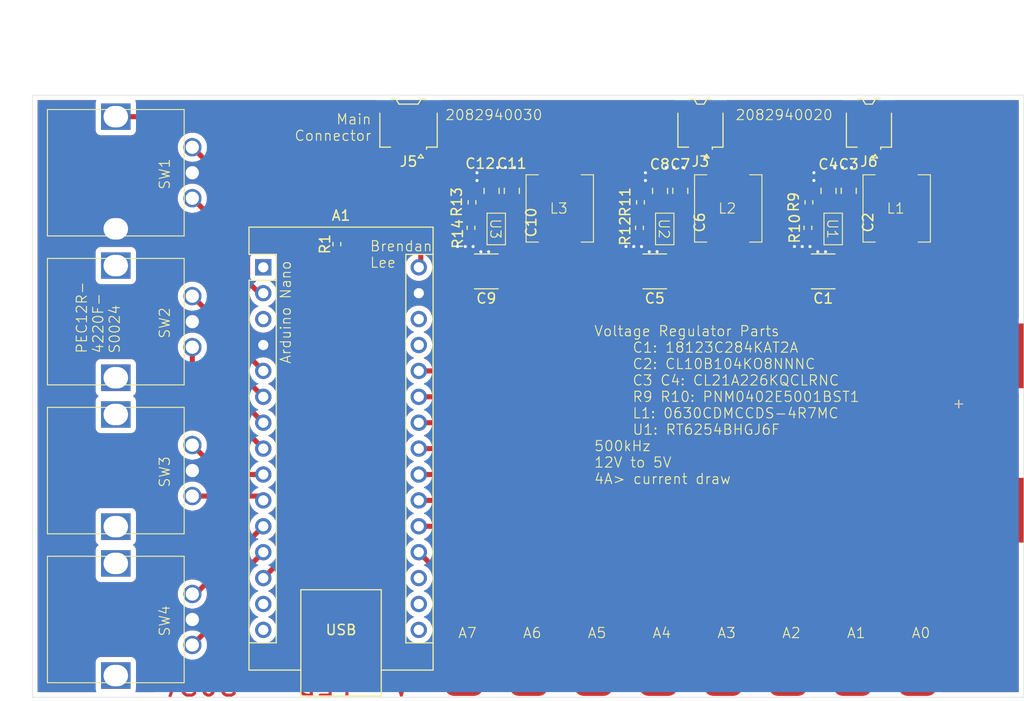
<source format=kicad_pcb>
(kicad_pcb (version 20240108) (generator "pcbnew") (generator_version "8.0")
  (layers (0 "F.Cu" signal) (31 "B.Cu" signal) (34 "B.Paste" user) (35 "F.Paste" user) (36 "B.SilkS" user "B.Silkscreen") (37 "F.SilkS" user "F.Silkscreen") (38 "B.Mask" user) (39 "F.Mask" user) (44 "Edge.Cuts" user))
  (net 0 "")
  (net 2 "Net-(A1-SCL{slash}A5)")
  (net 4 "Net-(A1-A6)")
  (net 5 "GND")
  (net 6 "+3.3V")
  (net 8 "Net-(A1-SDA{slash}A4)")
  (net 11 "Net-(A1-A3)")
  (net 12 "/LED_S")
  (net 13 "Net-(A1-A7)")
  (net 14 "Net-(A1-AREF)")
  (net 16 "+9V")
  (net 17 "Net-(U1-BOOT)")
  (net 18 "Net-(U1-FB)")
  (net 19 "Net-(U1-LX)")
  (net 20 "/5V#1")
  (net 21 "Net-(U2-LX)")
  (net 22 "Net-(U2-BOOT)")
  (net 23 "/5V#2")
  (net 24 "Net-(U3-LX)")
  (net 25 "Net-(U3-BOOT)")
  (net 26 "/5V#3")
  (net 27 "Net-(U2-FB)")
  (net 28 "Net-(U3-FB)")
  (net 29 "Net-(A1-A0)")
  (net 30 "Net-(A1-A1)")
  (net 31 "/Controller/Input4B")
  (net 32 "/Controller/Input4A")
  (net 33 "/Controller/InputS")
  (net 34 "/Controller/Input1B")
  (net 35 "/Controller/Input1A")
  (net 36 "/Controller/Input3B")
  (net 37 "/Controller/Input2A")
  (net 38 "Net-(A1-A2)")
  (net 39 "/Controller/Input3A")
  (net 41 "/Controller/Input2B")
  (net 42 "Net-(J5-Pin_2)")
  (footprint "Capacitor_SMD:C_0805_2012Metric_Pad1.18x1.45mm_HandSolder" (layer "F.Cu") (at 141.515 84.33 90)
    (property "Reference" "C8" (at 2.604993 -0.019998 0) (layer "F.SilkS"))
    (property "Value" "C")
    (pad "1" smd roundrect (at -1.0375 0 90) (size 1.175 1.45) (layers "F.Cu" "F.Paste" "F.Mask") (roundrect_rratio 0.212766) (net 23 "/5V#2"))
    (pad "2" smd roundrect (at 1.0375 0 90) (size 1.175 1.45) (layers "F.Cu" "F.Paste" "F.Mask") (roundrect_rratio 0.212766) (net 5 "GND"))
  )
  (footprint "Capacitor_SMD:C_0805_2012Metric_Pad1.18x1.45mm_HandSolder" (layer "F.Cu") (at 126.985002 84.325007 90)
    (property "Reference" "C11" (at 2.675007 -0.000002 0) (layer "F.SilkS"))
    (property "Value" "C")
    (pad "1" smd roundrect (at -1.0375 0 90) (size 1.175 1.45) (layers "F.Cu" "F.Paste" "F.Mask") (roundrect_rratio 0.212766) (net 26 "/5V#3"))
    (pad "2" smd roundrect (at 1.0375 0 90) (size 1.175 1.45) (layers "F.Cu" "F.Paste" "F.Mask") (roundrect_rratio 0.212766) (net 5 "GND"))
  )
  (footprint "Capacitor_SMD:C_0805_2012Metric_Pad1.18x1.45mm_HandSolder" (layer "F.Cu") (at 160.005002 84.325007 90)
    (property "Reference" "C3" (at 2.6 0 0) (layer "F.SilkS"))
    (property "Value" "C")
    (pad "1" smd roundrect (at -1.0375 0 90) (size 1.175 1.45) (layers "F.Cu" "F.Paste" "F.Mask") (roundrect_rratio 0.212766) (net 20 "/5V#1"))
    (pad "2" smd roundrect (at 1.0375 0 90) (size 1.175 1.45) (layers "F.Cu" "F.Paste" "F.Mask") (roundrect_rratio 0.212766) (net 5 "GND"))
  )
  (footprint "ArmLEDFootprintLib:4r7007" (layer "F.Cu") (at 128.385 86.05 90)
    (property "Reference" "L3" (at -0.000006 3.2 0) (layer "F.SilkS") (effects (font (thickness 0.1))))
    (property "Value" "L")
    (pad "1" smd rect (at -3.024999 3.299996) (size 3.499992 2.349998) (layers "F.Cu" "F.Paste" "F.Mask") (net 24 "Net-(U3-LX)"))
    (pad "2" smd rect (at 3.024993 3.300002 180) (size 3.499996 2.349986) (layers "F.Cu" "F.Paste" "F.Mask") (net 26 "/5V#3"))
  )
  (footprint "Resistor_SMD:R_0402_1005Metric_Pad0.72x0.64mm_HandSolder" (layer "F.Cu") (at 123.085 85.45 -90)
    (property "Reference" "R13" (at -0.024993 1.499998 90) (layer "F.SilkS"))
    (property "Value" "R")
    (pad "1" smd roundrect (at -0.5975 0 270) (size 0.715 0.64) (layers "F.Cu" "F.Paste" "F.Mask") (net 26 "/5V#3"))
    (pad "2" smd roundrect (at 0.5975 0 270) (size 0.715 0.64) (layers "F.Cu" "F.Paste" "F.Mask") (net 28 "Net-(U3-FB)"))
  )
  (footprint "Capacitor_SMD:C_1812_4532Metric_Pad1.57x3.40mm_HandSolder" (layer "F.Cu") (at 140.995002 92.225007 180)
    (property "Reference" "C5" (at 0 -2.65 180) (layer "F.SilkS"))
    (property "Value" "C")
    (pad "1" smd roundrect (at -2.1375 0 180) (size 1.575 3.4) (layers "F.Cu" "F.Paste" "F.Mask") (roundrect_rratio 0.15873) (net 16 "+9V"))
    (pad "2" smd roundrect (at 2.1375 0 180) (size 1.575 3.4) (layers "F.Cu" "F.Paste" "F.Mask") (roundrect_rratio 0.15873) (net 5 "GND"))
  )
  (footprint "Capacitor_SMD:C_0201_0603Metric_Pad0.64x0.40mm_HandSolder" (layer "F.Cu") (at 144.295 87.55 -90)
    (property "Reference" "C6" (at -0.124993 -1.100002 90) (layer "F.SilkS"))
    (property "Value" "C")
    (pad "1" smd roundrect (at -0.4075 0 270) (size 0.635 0.4) (layers "F.Cu" "F.Mask") (net 22 "Net-(U2-BOOT)"))
    (pad "2" smd roundrect (at 0.4075 0 270) (size 0.635 0.4) (layers "F.Cu" "F.Mask") (net 21 "Net-(U2-LX)"))
  )
  (footprint "ArmLEDFootprintLib:RotaryEncoder" (layer "F.Cu") (at 81.475 117.96 90)
    (property "Reference" "SW3" (at 6.073 11.489 90) (layer "F.SilkS") (effects (font (thickness 0.1))))
    (property "Value" "RotaryEncoder")
    (pad "A" thru_hole circle (at 3.7 14.2 180) (size 1.8 1.8) (drill 1.3) (layers "*.Cu" "*.Mask") (net 39 "/Controller/Input3A"))
    (pad "B" thru_hole circle (at 8.7 14.2 180) (size 1.8 1.8) (drill 1.3) (layers "*.Cu" "*.Mask") (net 36 "/Controller/Input3B"))
    (pad "C" thru_hole circle (at 6.2 14.2 180) (size 1.8 1.8) (drill 1.3) (layers "*.Cu" "*.Mask") (net 5 "GND"))
    (pad "S1" thru_hole rect (at 0.7 6.7 180) (size 2.9 2.6) (drill oval 2.4 2.1) (layers "*.Cu" "*.Mask"))
    (pad "S2" thru_hole rect (at 11.7 6.7 180) (size 2.9 2.6) (drill oval 2.4 2.1) (layers "*.Cu" "*.Mask"))
  )
  (footprint "Connector_Molex:Molex_Pico-EZmate_78171-0002_1x02-1MP_P1.20mm_Vertical" (layer "F.Cu") (at 145.475 77.95 180)
    (property "Reference" "J3" (at 0 -3.5 180) (layer "F.SilkS"))
    (property "Value" "Conn_01x02")
    (pad "1" smd roundrect (at -0.6 -1.875 180) (size 0.6 0.85) (layers "F.Cu" "F.Paste" "F.Mask") (net 23 "/5V#2"))
    (pad "2" smd roundrect (at 0.6 -1.875 180) (size 0.6 0.85) (layers "F.Cu" "F.Paste" "F.Mask") (net 5 "GND"))
    (pad "MP" smd roundrect (at -1.75 1.9 180) (size 0.7 0.8) (layers "F.Cu" "F.Paste" "F.Mask"))
    (pad "MP" smd roundrect (at 1.75 1.9 180) (size 0.7 0.8) (layers "F.Cu" "F.Paste" "F.Mask"))
  )
  (footprint "Resistor_SMD:R_0402_1005Metric_Pad0.72x0.64mm_HandSolder" (layer "F.Cu") (at 139.595 85.45 -90)
    (property "Reference" "R11" (at -0.024993 1.499998 90) (layer "F.SilkS"))
    (property "Value" "R")
    (pad "1" smd roundrect (at -0.5975 0 270) (size 0.715 0.64) (layers "F.Cu" "F.Paste" "F.Mask") (net 23 "/5V#2"))
    (pad "2" smd roundrect (at 0.5975 0 270) (size 0.715 0.64) (layers "F.Cu" "F.Paste" "F.Mask") (net 27 "Net-(U2-FB)"))
  )
  (footprint "ArmLEDFootprintLib:RT6254A" (layer "F.Cu") (at 141.895 88.05 -90)
    (property "Reference" "U2" (at 0 0 -90) (layer "F.SilkS") (effects (font (thickness 0.1))))
    (property "Value" "~")
    (pad "1" smd roundrect (at -0.9271 1.142997 90) (size 0.5588 0.736594) (layers "F.Cu" "F.Paste" "F.Mask") (net 27 "Net-(U2-FB)"))
    (pad "2" smd roundrect (at 0.012699 1.142999 90) (size 0.558798 0.736598) (layers "F.Cu" "F.Paste" "F.Mask") (net 16 "+9V"))
    (pad "3" smd roundrect (at 0.9652 1.143 90) (size 0.5588 0.7366) (layers "F.Cu" "F.Paste" "F.Mask") (net 5 "GND"))
    (pad "4" smd roundrect (at 0.952498 -1.295398 90) (size 0.558796 0.736596) (layers "F.Cu" "F.Paste" "F.Mask") (net 16 "+9V"))
    (pad "5" smd roundrect (at 0.0127 -1.2954 90) (size 0.5588 0.7366) (layers "F.Cu" "F.Paste" "F.Mask") (net 21 "Net-(U2-LX)"))
    (pad "6" smd roundrect (at -0.939795 -1.295395 90) (size 0.55879 0.73659) (layers "F.Cu" "F.Paste" "F.Mask") (net 22 "Net-(U2-BOOT)"))
  )
  (footprint "ArmLEDFootprintLib:BatteryPaddery" (layer "F.Cu") (at 170.815 111.7854 180)
    (property "Reference" "BT1" (hide yes))
    (property "Value" "Battery")
    (fp_text user "-" (at 0.6858 7.0612 180) (layer "B.SilkS") (effects (font (thickness 0.1)) (justify left bottom mirror)))
    (fp_text user "+" (at -0.6604 7.0612 180) (layer "F.SilkS") (effects (font (thickness 0.1)) (justify left bottom)))
    (pad "1" connect rect (at 0 11.2776 180) (size 12.7 6.35) (layers "F.Cu" "F.Mask") (net 16 "+9V"))
    (pad "2" connect rect (at 0 -3.8608 180) (size 12.7 6.35) (layers "F.Cu" "F.Mask") (net 5 "GND"))
  )
  (footprint "ArmLEDFootprintLib:RotaryEncoder" (layer "F.Cu") (at 81.475 88.75 90)
    (property "Reference" "SW1" (at 6.073 11.489 90) (layer "F.SilkS") (effects (font (thickness 0.1))))
    (property "Value" "RotaryEncoder_Switch")
    (pad "A" thru_hole circle (at 3.7 14.2 180) (size 1.8 1.8) (drill 1.3) (layers "*.Cu" "*.Mask") (net 35 "/Controller/Input1A"))
    (pad "B" thru_hole circle (at 8.7 14.2 180) (size 1.8 1.8) (drill 1.3) (layers "*.Cu" "*.Mask") (net 34 "/Controller/Input1B"))
    (pad "C" thru_hole circle (at 6.2 14.2 180) (size 1.8 1.8) (drill 1.3) (layers "*.Cu" "*.Mask") (net 5 "GND"))
    (pad "S1" thru_hole rect (at 0.7 6.7 180) (size 2.9 2.6) (drill oval 2.4 2.1) (layers "*.Cu" "*.Mask") (net 5 "GND"))
    (pad "S2" thru_hole rect (at 11.7 6.7 180) (size 2.9 2.6) (drill oval 2.4 2.1) (layers "*.Cu" "*.Mask") (net 33 "/Controller/InputS"))
  )
  (footprint "Capacitor_SMD:C_1812_4532Metric_Pad1.57x3.40mm_HandSolder" (layer "F.Cu") (at 124.485002 92.225007 180)
    (property "Reference" "C9" (at 0 -2.65 180) (layer "F.SilkS"))
    (property "Value" "C")
    (pad "1" smd roundrect (at -2.1375 0 180) (size 1.575 3.4) (layers "F.Cu" "F.Paste" "F.Mask") (roundrect_rratio 0.15873) (net 16 "+9V"))
    (pad "2" smd roundrect (at 2.1375 0 180) (size 1.575 3.4) (layers "F.Cu" "F.Paste" "F.Mask") (roundrect_rratio 0.15873) (net 5 "GND"))
  )
  (footprint "Module:Arduino_Nano" (layer "F.Cu") (at 102.63 91.825)
    (property "Reference" "A1" (at 7.62 -5.08 0) (layer "F.SilkS"))
    (property "Value" "Arduino_Nano_Every")
    (fp_text user "USB" (at 7.62 35.56 0) (layer "F.SilkS"))
    (pad "1" thru_hole rect (at 0 0) (size 1.6 1.6) (drill 1) (layers "*.Cu" "*.Mask"))
    (pad "2" thru_hole oval (at 0 2.54) (size 1.6 1.6) (drill 1) (layers "*.Cu" "*.Mask") (net 33 "/Controller/InputS"))
    (pad "3" thru_hole oval (at 0 5.08) (size 1.6 1.6) (drill 1) (layers "*.Cu" "*.Mask"))
    (pad "4" thru_hole oval (at 0 7.62) (size 1.6 1.6) (drill 1) (layers "*.Cu" "*.Mask") (net 5 "GND"))
    (pad "5" thru_hole oval (at 0 10.16) (size 1.6 1.6) (drill 1) (layers "*.Cu" "*.Mask") (net 34 "/Controller/Input1B"))
    (pad "6" thru_hole oval (at 0 12.7) (size 1.6 1.6) (drill 1) (layers "*.Cu" "*.Mask") (net 35 "/Controller/Input1A"))
    (pad "7" thru_hole oval (at 0 15.24) (size 1.6 1.6) (drill 1) (layers "*.Cu" "*.Mask") (net 41 "/Controller/Input2B"))
    (pad "8" thru_hole oval (at 0 17.78) (size 1.6 1.6) (drill 1) (layers "*.Cu" "*.Mask") (net 37 "/Controller/Input2A"))
    (pad "9" thru_hole oval (at 0 20.32) (size 1.6 1.6) (drill 1) (layers "*.Cu" "*.Mask") (net 36 "/Controller/Input3B"))
    (pad "10" thru_hole oval (at 0 22.86) (size 1.6 1.6) (drill 1) (layers "*.Cu" "*.Mask") (net 39 "/Controller/Input3A"))
    (pad "11" thru_hole oval (at 0 25.4) (size 1.6 1.6) (drill 1) (layers "*.Cu" "*.Mask") (net 31 "/Controller/Input4B"))
    (pad "12" thru_hole oval (at 0 27.94) (size 1.6 1.6) (drill 1) (layers "*.Cu" "*.Mask") (net 32 "/Controller/Input4A"))
    (pad "13" thru_hole oval (at 0 30.48) (size 1.6 1.6) (drill 1) (layers "*.Cu" "*.Mask") (net 12 "/LED_S"))
    (pad "14" thru_hole oval (at 0 33.02) (size 1.6 1.6) (drill 1) (layers "*.Cu" "*.Mask"))
    (pad "15" thru_hole oval (at 0 35.56) (size 1.6 1.6) (drill 1) (layers "*.Cu" "*.Mask"))
    (pad "16" thru_hole oval (at 15.24 35.56) (size 1.6 1.6) (drill 1) (layers "*.Cu" "*.Mask"))
    (pad "17" thru_hole oval (at 15.24 33.02) (size 1.6 1.6) (drill 1) (layers "*.Cu" "*.Mask") (net 6 "+3.3V"))
    (pad "18" thru_hole oval (at 15.24 30.48) (size 1.6 1.6) (drill 1) (layers "*.Cu" "*.Mask") (net 14 "Net-(A1-AREF)"))
    (pad "19" thru_hole oval (at 15.24 27.94) (size 1.6 1.6) (drill 1) (layers "*.Cu" "*.Mask") (net 29 "Net-(A1-A0)"))
    (pad "20" thru_hole oval (at 15.24 25.4) (size 1.6 1.6) (drill 1) (layers "*.Cu" "*.Mask") (net 30 "Net-(A1-A1)"))
    (pad "21" thru_hole oval (at 15.24 22.86) (size 1.6 1.6) (drill 1) (layers "*.Cu" "*.Mask") (net 38 "Net-(A1-A2)"))
    (pad "22" thru_hole oval (at 15.24 20.32) (size 1.6 1.6) (drill 1) (layers "*.Cu" "*.Mask") (net 11 "Net-(A1-A3)"))
    (pad "23" thru_hole oval (at 15.24 17.78) (size 1.6 1.6) (drill 1) (layers "*.Cu" "*.Mask") (net 8 "Net-(A1-SDA{slash}A4)"))
    (pad "24" thru_hole oval (at 15.24 15.24) (size 1.6 1.6) (drill 1) (layers "*.Cu" "*.Mask") (net 2 "Net-(A1-SCL{slash}A5)"))
    (pad "25" thru_hole oval (at 15.24 12.7) (size 1.6 1.6) (drill 1) (layers "*.Cu" "*.Mask") (net 4 "Net-(A1-A6)"))
    (pad "26" thru_hole oval (at 15.24 10.16) (size 1.6 1.6) (drill 1) (layers "*.Cu" "*.Mask") (net 13 "Net-(A1-A7)"))
    (pad "27" thru_hole oval (at 15.24 7.62) (size 1.6 1.6) (drill 1) (layers "*.Cu" "*.Mask"))
    (pad "28" thru_hole oval (at 15.24 5.08) (size 1.6 1.6) (drill 1) (layers "*.Cu" "*.Mask"))
    (pad "29" thru_hole oval (at 15.24 2.54) (size 1.6 1.6) (drill 1) (layers "*.Cu" "*.Mask") (net 5 "GND"))
    (pad "30" thru_hole oval (at 15.24 0) (size 1.6 1.6) (drill 1) (layers "*.Cu" "*.Mask") (net 26 "/5V#3"))
  )
  (footprint "ArmLEDFootprintLib:4r7007" (layer "F.Cu") (at 161.405 86.05 90)
    (property "Reference" "L1" (at -0.000006 3.2 0) (layer "F.SilkS") (effects (font (thickness 0.1))))
    (property "Value" "L")
    (pad "1" smd rect (at -3.024999 3.299996) (size 3.499992 2.349998) (layers "F.Cu" "F.Paste" "F.Mask") (net 19 "Net-(U1-LX)"))
    (pad "2" smd rect (at 3.024993 3.300002 180) (size 3.499996 2.349986) (layers "F.Cu" "F.Paste" "F.Mask") (net 20 "/5V#1"))
  )
  (footprint "ArmLEDFootprintLib:RotaryEncoder" (layer "F.Cu") (at 81.475 132.565 90)
    (property "Reference" "SW4" (at 6.073 11.489 90) (layer "F.SilkS") (effects (font (thickness 0.1))))
    (property "Value" "RotaryEncoder")
    (pad "A" thru_hole circle (at 3.7 14.2 180) (size 1.8 1.8) (drill 1.3) (layers "*.Cu" "*.Mask") (net 32 "/Controller/Input4A"))
    (pad "B" thru_hole circle (at 8.7 14.2 180) (size 1.8 1.8) (drill 1.3) (layers "*.Cu" "*.Mask") (net 31 "/Controller/Input4B"))
    (pad "C" thru_hole circle (at 6.2 14.2 180) (size 1.8 1.8) (drill 1.3) (layers "*.Cu" "*.Mask") (net 5 "GND"))
    (pad "S1" thru_hole rect (at 0.7 6.7 180) (size 2.9 2.6) (drill oval 2.4 2.1) (layers "*.Cu" "*.Mask"))
    (pad "S2" thru_hole rect (at 11.7 6.7 180) (size 2.9 2.6) (drill oval 2.4 2.1) (layers "*.Cu" "*.Mask"))
  )
  (footprint "ArmLEDFootprintLib:8Pad" (layer "F.Cu") (at 122.301 131.318)
    (property "Reference" "J1" (hide yes))
    (property "Value" "Conn_01x08")
    (pad "1" smd roundrect (at 0 0 90) (size 5.08 3.81) (layers "F.Cu" "F.Paste" "F.Mask") (net 29 "Net-(A1-A0)"))
    (pad "2" smd roundrect (at 6.35 0 90) (size 5.08 3.81) (layers "F.Cu" "F.Paste" "F.Mask") (net 30 "Net-(A1-A1)"))
    (pad "3" smd roundrect (at 12.7 0 90) (size 5.08 3.81) (layers "F.Cu" "F.Paste" "F.Mask") (net 38 "Net-(A1-A2)"))
    (pad "4" smd roundrect (at 19.05 0 90) (size 5.08 3.81) (layers "F.Cu" "F.Paste" "F.Mask") (net 11 "Net-(A1-A3)"))
    (pad "5" smd roundrect (at 25.4 0 90) (size 5.08 3.81) (layers "F.Cu" "F.Paste" "F.Mask") (net 8 "Net-(A1-SDA{slash}A4)"))
    (pad "6" smd roundrect (at 31.75 0 90) (size 5.08 3.81) (layers "F.Cu" "F.Paste" "F.Mask") (net 2 "Net-(A1-SCL{slash}A5)"))
    (pad "7" smd roundrect (at 38.1 0 90) (size 5.08 3.81) (layers "F.Cu" "F.Paste" "F.Mask") (net 4 "Net-(A1-A6)"))
    (pad "8" smd roundrect (at 44.45 0 90) (size 5.08 3.81) (layers "F.Cu" "F.Paste" "F.Mask") (net 13 "Net-(A1-A7)"))
  )
  (footprint "Resistor_SMD:R_0402_1005Metric_Pad0.72x0.64mm_HandSolder" (layer "F.Cu") (at 122.985 87.95 -90)
    (property "Reference" "R14" (at 0.6 1.3 90) (layer "F.SilkS"))
    (property "Value" "R")
    (pad "1" smd roundrect (at -0.5975 0 270) (size 0.715 0.64) (layers "F.Cu" "F.Paste" "F.Mask") (net 28 "Net-(U3-FB)"))
    (pad "2" smd roundrect (at 0.5975 0 270) (size 0.715 0.64) (layers "F.Cu" "F.Paste" "F.Mask") (net 5 "GND"))
  )
  (footprint "Capacitor_SMD:C_0201_0603Metric_Pad0.64x0.40mm_HandSolder" (layer "F.Cu") (at 160.805 87.55 -90)
    (property "Reference" "C2" (at -0.124993 -1.100002 90) (layer "F.SilkS"))
    (property "Value" "C")
    (pad "1" smd roundrect (at -0.4075 0 270) (size 0.635 0.4) (layers "F.Cu" "F.Mask") (net 17 "Net-(U1-BOOT)"))
    (pad "2" smd roundrect (at 0.4075 0 270) (size 0.635 0.4) (layers "F.Cu" "F.Mask") (net 19 "Net-(U1-LX)"))
  )
  (footprint "ArmLEDFootprintLib:RT6254A" (layer "F.Cu") (at 125.385 88.05 -90)
    (property "Reference" "U3" (at 0 0 -90) (layer "F.SilkS") (effects (font (thickness 0.1))))
    (property "Value" "~")
    (pad "1" smd roundrect (at -0.9271 1.142997 90) (size 0.5588 0.736594) (layers "F.Cu" "F.Paste" "F.Mask") (net 28 "Net-(U3-FB)"))
    (pad "2" smd roundrect (at 0.012699 1.142999 90) (size 0.558798 0.736598) (layers "F.Cu" "F.Paste" "F.Mask") (net 16 "+9V"))
    (pad "3" smd roundrect (at 0.9652 1.143 90) (size 0.5588 0.7366) (layers "F.Cu" "F.Paste" "F.Mask") (net 5 "GND"))
    (pad "4" smd roundrect (at 0.952498 -1.295398 90) (size 0.558796 0.736596) (layers "F.Cu" "F.Paste" "F.Mask") (net 16 "+9V"))
    (pad "5" smd roundrect (at 0.0127 -1.2954 90) (size 0.5588 0.7366) (layers "F.Cu" "F.Paste" "F.Mask") (net 24 "Net-(U3-LX)"))
    (pad "6" smd roundrect (at -0.939795 -1.295395 90) (size 0.55879 0.73659) (layers "F.Cu" "F.Paste" "F.Mask") (net 25 "Net-(U3-BOOT)"))
  )
  (footprint "ArmLEDFootprintLib:RT6254A" (layer "F.Cu") (at 158.405 88.05 -90)
    (property "Reference" "U1" (at 0 0 -90) (layer "F.SilkS") (effects (font (thickness 0.1))))
    (property "Value" "~")
    (pad "1" smd roundrect (at -0.9271 1.142997 90) (size 0.5588 0.736594) (layers "F.Cu" "F.Paste" "F.Mask") (net 18 "Net-(U1-FB)"))
    (pad "2" smd roundrect (at 0.012699 1.142999 90) (size 0.558798 0.736598) (layers "F.Cu" "F.Paste" "F.Mask") (net 16 "+9V"))
    (pad "3" smd roundrect (at 0.9652 1.143 90) (size 0.5588 0.7366) (layers "F.Cu" "F.Paste" "F.Mask") (net 5 "GND"))
    (pad "4" smd roundrect (at 0.952498 -1.295398 90) (size 0.558796 0.736596) (layers "F.Cu" "F.Paste" "F.Mask") (net 16 "+9V"))
    (pad "5" smd roundrect (at 0.0127 -1.2954 90) (size 0.5588 0.7366) (layers "F.Cu" "F.Paste" "F.Mask") (net 19 "Net-(U1-LX)"))
    (pad "6" smd roundrect (at -0.939795 -1.295395 90) (size 0.55879 0.73659) (layers "F.Cu" "F.Paste" "F.Mask") (net 17 "Net-(U1-BOOT)"))
  )
  (footprint "Resistor_SMD:R_0402_1005Metric_Pad0.72x0.64mm_HandSolder" (layer "F.Cu") (at 156.105 85.45 -90)
    (property "Reference" "R9" (at -0.024993 1.499998 90) (layer "F.SilkS"))
    (property "Value" "R")
    (pad "1" smd roundrect (at -0.5975 0 270) (size 0.715 0.64) (layers "F.Cu" "F.Paste" "F.Mask") (net 20 "/5V#1"))
    (pad "2" smd roundrect (at 0.5975 0 270) (size 0.715 0.64) (layers "F.Cu" "F.Paste" "F.Mask") (net 18 "Net-(U1-FB)"))
  )
  (footprint "Connector_Molex:Molex_Pico-EZmate_78171-0003_1x03-1MP_P1.20mm_Vertical" (layer "F.Cu") (at 116.865 77.95 180)
    (property "Reference" "J5" (at 0 -3.5 180) (layer "F.SilkS"))
    (property "Value" "Conn_01x03")
    (pad "1" smd roundrect (at -1.2 -1.875 180) (size 0.6 0.85) (layers "F.Cu" "F.Paste" "F.Mask") (net 26 "/5V#3"))
    (pad "2" smd roundrect (at 0 -1.875 180) (size 0.6 0.85) (layers "F.Cu" "F.Paste" "F.Mask") (net 42 "Net-(J5-Pin_2)"))
    (pad "3" smd roundrect (at 1.2 -1.875 180) (size 0.6 0.85) (layers "F.Cu" "F.Paste" "F.Mask") (net 5 "GND"))
    (pad "MP" smd roundrect (at -2.35 1.9 180) (size 0.7 0.8) (layers "F.Cu" "F.Paste" "F.Mask"))
    (pad "MP" smd roundrect (at 2.35 1.9 180) (size 0.7 0.8) (layers "F.Cu" "F.Paste" "F.Mask"))
  )
  (footprint "Resistor_SMD:R_0402_1005Metric_Pad0.72x0.64mm_HandSolder" (layer "F.Cu") (at 139.495 87.95 -90)
    (property "Reference" "R12" (at 0.3 1.4 90) (layer "F.SilkS"))
    (property "Value" "R")
    (pad "1" smd roundrect (at -0.5975 0 270) (size 0.715 0.64) (layers "F.Cu" "F.Paste" "F.Mask") (net 27 "Net-(U2-FB)"))
    (pad "2" smd roundrect (at 0.5975 0 270) (size 0.715 0.64) (layers "F.Cu" "F.Paste" "F.Mask") (net 5 "GND"))
  )
  (footprint "Resistor_SMD:R_0402_1005Metric_Pad0.72x0.64mm_HandSolder" (layer "F.Cu") (at 156.005 87.95 -90)
    (property "Reference" "R10" (at 0.075007 1.299998 90) (layer "F.SilkS"))
    (property "Value" "R")
    (pad "1" smd roundrect (at -0.5975 0 270) (size 0.715 0.64) (layers "F.Cu" "F.Paste" "F.Mask") (net 18 "Net-(U1-FB)"))
    (pad "2" smd roundrect (at 0.5975 0 270) (size 0.715 0.64) (layers "F.Cu" "F.Paste" "F.Mask") (net 5 "GND"))
  )
  (footprint "ArmLEDFootprintLib:RotaryEncoder" (layer "F.Cu") (at 81.475 103.355 90)
    (property "Reference" "SW2" (at 6.073 11.489 90) (layer "F.SilkS") (effects (font (thickness 0.1))))
    (property "Value" "RotaryEncoder")
    (pad "A" thru_hole circle (at 3.7 14.2 180) (size 1.8 1.8) (drill 1.3) (layers "*.Cu" "*.Mask") (net 37 "/Controller/Input2A"))
    (pad "B" thru_hole circle (at 8.7 14.2 180) (size 1.8 1.8) (drill 1.3) (layers "*.Cu" "*.Mask") (net 41 "/Controller/Input2B"))
    (pad "C" thru_hole circle (at 6.2 14.2 180) (size 1.8 1.8) (drill 1.3) (layers "*.Cu" "*.Mask") (net 5 "GND"))
    (pad "S1" thru_hole rect (at 0.7 6.7 180) (size 2.9 2.6) (drill oval 2.4 2.1) (layers "*.Cu" "*.Mask"))
    (pad "S2" thru_hole rect (at 11.7 6.7 180) (size 2.9 2.6) (drill oval 2.4 2.1) (layers "*.Cu" "*.Mask"))
  )
  (footprint "Resistor_SMD:R_0402_1005Metric_Pad0.72x0.64mm_HandSolder" (layer "F.Cu") (at 109.842 89.553 90)
    (property "Reference" "R1" (at 0 -1.17 -90) (layer "F.SilkS"))
    (property "Value" "R")
    (pad "1" smd roundrect (at -0.5975 0 90) (size 0.715 0.64) (layers "F.Cu" "F.Paste" "F.Mask") (net 12 "/LED_S"))
    (pad "2" smd roundrect (at 0.5975 0 90) (size 0.715 0.64) (layers "F.Cu" "F.Paste" "F.Mask") (net 42 "Net-(J5-Pin_2)"))
  )
  (footprint "Capacitor_SMD:C_0805_2012Metric_Pad1.18x1.45mm_HandSolder" (layer "F.Cu") (at 125.005 84.33 90)
    (property "Reference" "C12" (at 2.68 -1.12 0) (layer "F.SilkS"))
    (property "Value" "C")
    (pad "1" smd roundrect (at -1.0375 0 90) (size 1.175 1.45) (layers "F.Cu" "F.Paste" "F.Mask") (roundrect_rratio 0.212766) (net 26 "/5V#3"))
    (pad "2" smd roundrect (at 1.0375 0 90) (size 1.175 1.45) (layers "F.Cu" "F.Paste" "F.Mask") (roundrect_rratio 0.212766) (net 5 "GND"))
  )
  (footprint "Capacitor_SMD:C_0805_2012Metric_Pad1.18x1.45mm_HandSolder" (layer "F.Cu") (at 143.495002 84.325007 90)
    (property "Reference" "C7" (at 2.6 0 0) (layer "F.SilkS"))
    (property "Value" "C")
    (pad "1" smd roundrect (at -1.0375 0 90) (size 1.175 1.45) (layers "F.Cu" "F.Paste" "F.Mask") (roundrect_rratio 0.212766) (net 23 "/5V#2"))
    (pad "2" smd roundrect (at 1.0375 0 90) (size 1.175 1.45) (layers "F.Cu" "F.Paste" "F.Mask") (roundrect_rratio 0.212766) (net 5 "GND"))
  )
  (footprint "Connector_Molex:Molex_Pico-EZmate_78171-0002_1x02-1MP_P1.20mm_Vertical" (layer "F.Cu") (at 161.985 77.95 180)
    (property "Reference" "J6" (at 0 -3.5 180) (layer "F.SilkS"))
    (property "Value" "Conn_01x02")
    (pad "1" smd roundrect (at -0.6 -1.875 180) (size 0.6 0.85) (layers "F.Cu" "F.Paste" "F.Mask") (net 20 "/5V#1"))
    (pad "2" smd roundrect (at 0.6 -1.875 180) (size 0.6 0.85) (layers "F.Cu" "F.Paste" "F.Mask") (net 5 "GND"))
    (pad "MP" smd roundrect (at -1.75 1.9 180) (size 0.7 0.8) (layers "F.Cu" "F.Paste" "F.Mask"))
    (pad "MP" smd roundrect (at 1.75 1.9 180) (size 0.7 0.8) (layers "F.Cu" "F.Paste" "F.Mask"))
  )
  (footprint "ArmLEDFootprintLib:4r7007" (layer "F.Cu") (at 144.895 86.05 90)
    (property "Reference" "L2" (at -0.000006 3.2 0) (layer "F.SilkS") (effects (font (thickness 0.1))))
    (property "Value" "L")
    (pad "1" smd rect (at -3.024999 3.299996) (size 3.499992 2.349998) (layers "F.Cu" "F.Paste" "F.Mask") (net 21 "Net-(U2-LX)"))
    (pad "2" smd rect (at 3.024993 3.300002 180) (size 3.499996 2.349986) (layers "F.Cu" "F.Paste" "F.Mask") (net 23 "/5V#2"))
  )
  (footprint "Capacitor_SMD:C_0201_0603Metric_Pad0.64x0.40mm_HandSolder" (layer "F.Cu") (at 127.785 87.55 -90)
    (property "Reference" "C10" (at -0.124993 -1.100002 90) (layer "F.SilkS"))
    (property "Value" "C")
    (pad "1" smd roundrect (at -0.4075 0 270) (size 0.635 0.4) (layers "F.Cu" "F.Mask") (net 25 "Net-(U3-BOOT)"))
    (pad "2" smd roundrect (at 0.4075 0 270) (size 0.635 0.4) (layers "F.Cu" "F.Mask") (net 24 "Net-(U3-LX)"))
  )
  (footprint "Capacitor_SMD:C_1812_4532Metric_Pad1.57x3.40mm_HandSolder" (layer "F.Cu") (at 157.505002 92.225007 180)
    (property "Reference" "C1" (at 0 -2.65 180) (layer "F.SilkS"))
    (property "Value" "C")
    (pad "1" smd roundrect (at -2.1375 0 180) (size 1.575 3.4) (layers "F.Cu" "F.Paste" "F.Mask") (roundrect_rratio 0.15873) (net 16 "+9V"))
    (pad "2" smd roundrect (at 2.1375 0 180) (size 1.575 3.4) (layers "F.Cu" "F.Paste" "F.Mask") (roundrect_rratio 0.15873) (net 5 "GND"))
  )
  (footprint "Capacitor_SMD:C_0805_2012Metric_Pad1.18x1.45mm_HandSolder" (layer "F.Cu") (at 158.025 84.33 90)
    (property "Reference" "C4" (at 2.604993 -0.019998 0) (layer "F.SilkS"))
    (property "Value" "C")
    (pad "1" smd roundrect (at -1.0375 0 90) (size 1.175 1.45) (layers "F.Cu" "F.Paste" "F.Mask") (roundrect_rratio 0.212766) (net 20 "/5V#1"))
    (pad "2" smd roundrect (at 1.0375 0 90) (size 1.175 1.45) (layers "F.Cu" "F.Paste" "F.Mask") (roundrect_rratio 0.212766) (net 5 "GND"))
  )
  (gr_line (start 139.695 85.95) (end 140.695 87.15) (stroke (width 0.2)) (layer "F.Cu") (net 27))
  (gr_line (start 157.205 87.15) (end 155.905 87.35) (stroke (width 0.2)) (layer "F.Cu") (net 18))
  (gr_line (start 156.205 85.95) (end 157.205 87.15) (stroke (width 0.2)) (layer "F.Cu") (net 18))
  (gr_line (start 124.185 87.15) (end 122.885 87.35) (stroke (width 0.2)) (layer "F.Cu") (net 28))
  (gr_line (start 123.185 85.95) (end 124.185 87.15) (stroke (width 0.2)) (layer "F.Cu") (net 28))
  (gr_line (start 140.695 87.15) (end 139.395 87.35) (stroke (width 0.2)) (layer "F.Cu") (net 27))
  (gr_rect (start 80.01 74.93) (end 177.165 133.985) (stroke (width 0.05)) (fill none) (layer "Edge.Cuts"))
  (gr_text "ArmLED - 2024\nv2.0\n" (at 117.221 133.858 180) (layer "F.Cu") (effects (font (size 2.0334 2.0334) (thickness 0.3) (bold yes)) (justify left top)))
  (gr_text "Team 1540" (at 109.474 112.014 90) (layer "F.Cu") (effects (font (size 1.5 1.5) (thickness 0.3) (bold yes)) (justify left bottom)))
  (gr_text "A3" (at 147.066 128.27 0) (layer "F.SilkS") (effects (font (size 1 1) (thickness 0.1)) (justify left bottom)))
  (gr_text "PEC12R-\n4220F-\nS0024" (at 88.646 100.33 90) (layer "F.SilkS") (effects (font (size 1 1) (thickness 0.1)) (justify left bottom)))
  (gr_text "A0" (at 166.116 128.27 0) (layer "F.SilkS") (effects (font (size 1 1) (thickness 0.1)) (justify left bottom)))
  (gr_text "Arduino Nano" (at 105.41 101.346 90) (layer "F.SilkS") (effects (font (size 1 1) (thickness 0.1)) (justify left bottom)))
  (gr_text "A5" (at 134.366 128.27 0) (layer "F.SilkS") (effects (font (size 1 1) (thickness 0.1)) (justify left bottom)))
  (gr_text "2082940020" (at 148.844 77.47 0) (layer "F.SilkS") (effects (font (size 1 1) (thickness 0.1)) (justify left bottom)))
  (gr_text "A7" (at 121.666 128.27 0) (layer "F.SilkS") (effects (font (size 1 1) (thickness 0.1)) (justify left bottom)))
  (gr_text "Brendan\nLee" (at 113.03 91.948 0) (layer "F.SilkS") (effects (font (size 1 1) (thickness 0.1)) (justify left bottom)))
  (gr_text "A2" (at 153.416 128.27 0) (layer "F.SilkS") (effects (font (size 1 1) (thickness 0.1)) (justify left bottom)))
  (gr_text "Voltage Regulator Parts\n	C1: 18123C284KAT2A\n	C2: CL10B104KO8NNNC\n	C3 C4: CL21A226KQCLRNC\n	R9 R10: PNM0402E5001BST1\n	L1: 0630CDMCCDS-4R7MC\n	U1: RT6254BHGJ6F\n500kHz\n12V to 5V\n4A> current draw" (at 135.001 113.157 0) (layer "F.SilkS") (effects (font (size 1 1) (thickness 0.1)) (justify left bottom)))
  (gr_text "A6" (at 128.016 128.27 0) (layer "F.SilkS") (effects (font (size 1 1) (thickness 0.1)) (justify left bottom)))
  (gr_text "2082940030" (at 120.396 77.47 0) (layer "F.SilkS") (effects (font (size 1 1) (thickness 0.1)) (justify left bottom)))
  (gr_text "A1" (at 159.766 128.27 0) (layer "F.SilkS") (effects (font (size 1 1) (thickness 0.1)) (justify left bottom)))
  (gr_text "A4" (at 140.716 128.27 0) (layer "F.SilkS") (effects (font (size 1 1) (thickness 0.1)) (justify left bottom)))
  (gr_text "Main\nConnector" (at 113.284 79.502 0) (layer "F.SilkS") (effects (font (size 1 1) (thickness 0.1)) (justify right bottom)))
  (segment (start 129.798 107.065) (end 154.051 131.318) (width 0.5) (layer "F.Cu") (net 2))
  (segment (start 117.87 107.065) (end 129.798 107.065) (width 0.5) (layer "F.Cu") (net 2))
  (segment (start 133.608 104.525) (end 160.401 131.318) (width 0.5) (layer "F.Cu") (net 4))
  (segment (start 117.87 104.525) (end 133.608 104.525) (width 0.5) (layer "F.Cu") (net 4))
  (segment (start 156.6105 83.2925) (end 156.591 83.312) (width 0.2) (layer "F.Cu") (net 5))
  (via (at 142.875 82.042) (size 0.6096) (drill 0.3048) (layers "F.Cu" "B.Cu") (net 5))
  (via (at 123.952 90.297) (size 0.6) (drill 0.3) (layers "F.Cu" "B.Cu") (net 5))
  (via (at 141.224 90.297) (size 0.6) (drill 0.3) (layers "F.Cu" "B.Cu") (net 5))
  (via (at 156.591 83.312) (size 0.6096) (drill 0.3048) (layers "F.Cu" "B.Cu") (net 5))
  (via (at 127.254 82.042) (size 0.6096) (drill 0.3048) (layers "F.Cu" "B.Cu") (net 5))
  (via (at 125.603 82.042) (size 0.6) (drill 0.3) (layers "F.Cu" "B.Cu") (net 5))
  (via (at 121.666 89.789) (size 0.6) (drill 0.3) (layers "F.Cu" "B.Cu") (net 5))
  (via (at 140.081 82.55) (size 0.6) (drill 0.3) (layers "F.Cu" "B.Cu") (net 5))
  (via (at 138.938 89.789) (size 0.6096) (drill 0.3048) (layers "F.Cu" "B.Cu") (net 5))
  (via (at 157.734 90.297) (size 0.6) (drill 0.3) (layers "F.Cu" "B.Cu") (net 5))
  (via (at 123.571 82.55) (size 0.6) (drill 0.3) (layers "F.Cu" "B.Cu") (net 5))
  (via (at 123.19 89.789) (size 0.6096) (drill 0.3048) (layers "F.Cu" "B.Cu") (net 5))
  (via (at 156.972 90.297) (size 0.6) (drill 0.3) (layers "F.Cu" "B.Cu") (net 5))
  (via (at 158.623 82.042) (size 0.6) (drill 0.3) (layers "F.Cu" "B.Cu") (net 5))
  (via (at 140.081 83.312) (size 0.6096) (drill 0.3048) (layers "F.Cu" "B.Cu") (net 5))
  (via (at 142.113 82.042) (size 0.6) (drill 0.3) (layers "F.Cu" "B.Cu") (net 5))
  (via (at 122.428 89.789) (size 0.6096) (drill 0.3048) (layers "F.Cu" "B.Cu") (net 5))
  (via (at 159.385 82.042) (size 0.6096) (drill 0.3048) (layers "F.Cu" "B.Cu") (net 5))
  (via (at 156.591 82.55) (size 0.6) (drill 0.3) (layers "F.Cu" "B.Cu") (net 5))
  (via (at 156.21 89.789) (size 0.6096) (drill 0.3048) (layers "F.Cu" "B.Cu") (net 5))
  (via (at 154.686 89.789) (size 0.6) (drill 0.3) (layers "F.Cu" "B.Cu") (net 5))
  (via (at 123.571 83.312) (size 0.6096) (drill 0.3048) (layers "F.Cu" "B.Cu") (net 5))
  (via (at 138.176 89.789) (size 0.6) (drill 0.3) (layers "F.Cu" "B.Cu") (net 5))
  (via (at 126.365 82.042) (size 0.6096) (drill 0.3048) (layers "F.Cu" "B.Cu") (net 5))
  (via (at 140.462 90.297) (size 0.6) (drill 0.3) (layers "F.Cu" "B.Cu") (net 5))
  (via (at 139.7 89.789) (size 0.6096) (drill 0.3048) (layers "F.Cu" "B.Cu") (net 5))
  (via (at 143.764 82.042) (size 0.6096) (drill 0.3048) (layers "F.Cu" "B.Cu") (net 5))
  (via (at 124.714 90.297) (size 0.6) (drill 0.3) (layers "F.Cu" "B.Cu") (net 5))
  (via (at 155.448 89.789) (size 0.6096) (drill 0.3048) (layers "F.Cu" "B.Cu") (net 5))
  (via (at 160.274 82.042) (size 0.6096) (drill 0.3048) (layers "F.Cu" "B.Cu") (net 5))
  (segment (start 117.87 109.605) (end 125.988 109.605) (width 0.5) (layer "F.Cu") (net 8))
  (segment (start 125.988 109.605) (end 147.701 131.318) (width 0.5) (layer "F.Cu") (net 8))
  (segment (start 117.87 112.145) (end 122.178 112.145) (width 0.5) (layer "F.Cu") (net 11))
  (segment (start 122.178 112.145) (end 141.351 131.318) (width 0.5) (layer "F.Cu") (net 11))
  (segment (start 109.881553 115.053447) (end 109.881553 90.190053) (width 0.5) (layer "F.Cu") (net 12))
  (segment (start 109.881553 90.190053) (end 109.842 90.1505) (width 0.5) (layer "F.Cu") (net 12))
  (segment (start 102.63 122.305) (end 109.881553 115.053447) (width 0.5) (layer "F.Cu") (net 12))
  (segment (start 137.418 101.985) (end 166.751 131.318) (width 0.5) (layer "F.Cu") (net 13))
  (segment (start 117.87 101.985) (end 137.418 101.985) (width 0.5) (layer "F.Cu") (net 13))
  (segment (start 157.262001 88.062699) (end 157.949133 88.062699) (width 0.5) (layer "F.Cu") (net 16))
  (segment (start 142.378932 89.002498) (end 143.190398 89.002498) (width 0.5) (layer "F.Cu") (net 16))
  (segment (start 124.242001 88.062699) (end 124.929133 88.062699) (width 0.5) (layer "F.Cu") (net 16))
  (segment (start 158.888932 89.002498) (end 159.700398 89.002498) (width 0.5) (layer "F.Cu") (net 16))
  (segment (start 126.660002 92.125007) (end 126.660002 89.022894) (width 0.5) (layer "F.Cu") (net 16))
  (segment (start 141.439133 88.062699) (end 142.378932 89.002498) (width 0.5) (layer "F.Cu") (net 16))
  (segment (start 159.642502 92.225007) (end 156.617509 95.25) (width 1.524) (layer "F.Cu") (net 16))
  (segment (start 159.642502 92.225007) (end 167.493495 100.076) (width 1.524) (layer "F.Cu") (net 16))
  (segment (start 124.929133 88.062699) (end 125.868932 89.002498) (width 0.5) (layer "F.Cu") (net 16))
  (segment (start 146.157495 95.25) (end 143.132502 92.225007) (width 1.524) (layer "F.Cu") (net 16))
  (segment (start 129.647495 95.25) (end 126.622502 92.225007) (width 1.524) (layer "F.Cu") (net 16))
  (segment (start 143.170002 89.022894) (end 143.190398 89.002498) (width 0.5) (layer "F.Cu") (net 16))
  (segment (start 156.617509 95.25) (end 146.157495 95.25) (width 1.524) (layer "F.Cu") (net 16))
  (segment (start 125.868932 89.002498) (end 126.680398 89.002498) (width 0.5) (layer "F.Cu") (net 16))
  (segment (start 157.949133 88.062699) (end 158.888932 89.002498) (width 0.5) (layer "F.Cu") (net 16))
  (segment (start 126.660002 89.022894) (end 126.680398 89.002498) (width 0.5) (layer "F.Cu") (net 16))
  (segment (start 143.170002 92.125007) (end 143.170002 89.022894) (width 0.5) (layer "F.Cu") (net 16))
  (segment (start 159.680002 89.022894) (end 159.700398 89.002498) (width 0.5) (layer "F.Cu") (net 16))
  (segment (start 159.680002 92.125007) (end 159.680002 89.022894) (width 0.5) (layer "F.Cu") (net 16))
  (segment (start 143.132502 92.225007) (end 140.107509 95.25) (width 1.524) (layer "F.Cu") (net 16))
  (segment (start 140.752001 88.062699) (end 141.439133 88.062699) (width 0.5) (layer "F.Cu") (net 16))
  (segment (start 167.493495 100.076) (end 170.434 100.076) (width 1.524) (layer "F.Cu") (net 16))
  (segment (start 140.107509 95.25) (end 129.647495 95.25) (width 1.524) (layer "F.Cu") (net 16))
  (segment (start 160.772705 87.110205) (end 160.805 87.1425) (width 0.5) (layer "F.Cu") (net 17))
  (segment (start 159.700395 87.110205) (end 160.772705 87.110205) (width 0.5) (layer "F.Cu") (net 17))
  (segment (start 157.3075 87.077403) (end 157.262003 87.1229) (width 0.2) (layer "F.Cu") (net 18))
  (segment (start 161.711999 89.074999) (end 160.805 88.168) (width 1.016) (layer "F.Cu") (net 19))
  (segment (start 159.7004 88.0627) (end 160.6998 88.0627) (width 0.5) (layer "F.Cu") (net 19))
  (segment (start 164.704996 89.074999) (end 161.711999 89.074999) (width 1.016) (layer "F.Cu") (net 19))
  (segment (start 164.705002 81.945002) (end 162.585 79.825) (width 1.016) (layer "F.Cu") (net 20))
  (segment (start 164.705002 83.025007) (end 164.705002 81.945002) (width 1.016) (layer "F.Cu") (net 20))
  (segment (start 157.41 84.7525) (end 158.025 85.3675) (width 0.5) (layer "F.Cu") (net 20))
  (segment (start 162.367502 85.362507) (end 164.705002 83.025007) (width 1.016) (layer "F.Cu") (net 20))
  (segment (start 160.005002 85.362507) (end 162.367502 85.362507) (width 1.016) (layer "F.Cu") (net 20))
  (segment (start 156.205 84.7525) (end 157.41 84.7525) (width 0.5) (layer "F.Cu") (net 20))
  (segment (start 165.575007 83.025007) (end 164.705002 83.025007) (width 1.016) (layer "F.Cu") (net 20))
  (segment (start 158.025 85.3675) (end 160.025 85.3675) (width 0.5) (layer "F.Cu") (net 20))
  (segment (start 143.1904 88.0627) (end 144.1898 88.0627) (width 0.5) (layer "F.Cu") (net 21))
  (segment (start 148.194996 89.074999) (end 145.201999 89.074999) (width 1.016) (layer "F.Cu") (net 21))
  (segment (start 145.201999 89.074999) (end 144.295 88.168) (width 1.016) (layer "F.Cu") (net 21))
  (segment (start 144.1898 88.0627) (end 144.295 87.9575) (width 0.5) (layer "F.Cu") (net 21))
  (segment (start 143.190395 87.110205) (end 144.262705 87.110205) (width 0.5) (layer "F.Cu") (net 22))
  (segment (start 144.262705 87.110205) (end 144.295 87.1425) (width 0.5) (layer "F.Cu") (net 22))
  (segment (start 141.515 85.3675) (end 143.515 85.3675) (width 0.5) (layer "F.Cu") (net 23))
  (segment (start 139.695 84.7525) (end 140.9 84.7525) (width 0.5) (layer "F.Cu") (net 23))
  (segment (start 140.9 84.7525) (end 141.515 85.3675) (width 0.5) (layer "F.Cu") (net 23))
  (segment (start 148.195002 81.945002) (end 146.075 79.825) (width 1.016) (layer "F.Cu") (net 23))
  (segment (start 145.857502 85.362507) (end 148.195002 83.025007) (width 1.016) (layer "F.Cu") (net 23))
  (segment (start 143.495002 85.362507) (end 145.857502 85.362507) (width 1.016) (layer "F.Cu") (net 23))
  (segment (start 148.195002 83.025007) (end 148.195002 81.945002) (width 1.016) (layer "F.Cu") (net 23))
  (segment (start 126.6804 88.0627) (end 127.6798 88.0627) (width 0.5) (layer "F.Cu") (net 24))
  (segment (start 128.691999 89.074999) (end 127.785 88.168) (width 1.016) (layer "F.Cu") (net 24))
  (segment (start 131.684996 89.074999) (end 128.691999 89.074999) (width 1.016) (layer "F.Cu") (net 24))
  (segment (start 127.6798 88.0627) (end 127.785 87.9575) (width 0.5) (layer "F.Cu") (net 24))
  (segment (start 126.680395 87.110205) (end 127.752705 87.110205) (width 0.5) (layer "F.Cu") (net 25))
  (segment (start 127.752705 87.110205) (end 127.785 87.1425) (width 0.5) (layer "F.Cu") (net 25))
  (segment (start 126.985002 85.362507) (end 129.347502 85.362507) (width 1.016) (layer "F.Cu") (net 26))
  (segment (start 118.065 91.63) (end 117.87 91.825) (width 0.5) (layer "F.Cu") (net 26))
  (segment (start 118.065 79.825) (end 118.065 91.63) (width 0.5) (layer "F.Cu") (net 26))
  (segment (start 125.005 85.3675) (end 127.005 85.3675) (width 0.5) (layer "F.Cu") (net 26))
  (segment (start 129.347502 85.362507) (end 131.685002 83.025007) (width 1.016) (layer "F.Cu") (net 26))
  (segment (start 123.185 84.7525) (end 124.39 84.7525) (width 0.5) (layer "F.Cu") (net 26))
  (segment (start 124.39 84.7525) (end 125.005 85.3675) (width 0.5) (layer "F.Cu") (net 26))
  (segment (start 131.685002 83.025007) (end 128.484995 79.825) (width 1.016) (layer "F.Cu") (net 26))
  (segment (start 128.484995 79.825) (end 118.065 79.825) (width 1.016) (layer "F.Cu") (net 26))
  (segment (start 140.7975 87.077403) (end 140.752003 87.1229) (width 0.2) (layer "F.Cu") (net 27))
  (segment (start 124.2875 87.077403) (end 124.242003 87.1229) (width 0.2) (layer "F.Cu") (net 28))
  (segment (start 122.301 124.196) (end 122.301 131.318) (width 0.5) (layer "F.Cu") (net 29))
  (segment (start 117.87 119.765) (end 122.301 124.196) (width 0.5) (layer "F.Cu") (net 29))
  (segment (start 117.87 117.225) (end 120.019 117.225) (width 0.5) (layer "F.Cu") (net 30))
  (segment (start 120.019 117.225) (end 128.651 125.857) (width 0.5) (layer "F.Cu") (net 30))
  (segment (start 128.651 125.857) (end 128.651 131.318) (width 0.5) (layer "F.Cu") (net 30))
  (segment (start 102.63 117.225) (end 95.99 123.865) (width 0.5) (layer "F.Cu") (net 31))
  (segment (start 95.99 123.865) (end 95.675 123.865) (width 0.5) (layer "F.Cu") (net 31))
  (segment (start 99.314 123.081) (end 99.314 125.226) (width 0.5) (layer "F.Cu") (net 32))
  (segment (start 99.314 125.226) (end 95.675 128.865) (width 0.5) (layer "F.Cu") (net 32))
  (segment (start 102.63 119.765) (end 99.314 123.081) (width 0.5) (layer "F.Cu") (net 32))
  (segment (start 95.592 77.05) (end 88.175 77.05) (width 0.5) (layer "F.Cu") (net 33))
  (segment (start 101.092 82.55) (end 95.592 77.05) (width 0.5) (layer "F.Cu") (net 33))
  (segment (start 102.239 94.365) (end 101.092 93.218) (width 0.5) (layer "F.Cu") (net 33))
  (segment (start 101.092 93.218) (end 101.092 82.55) (width 0.5) (layer "F.Cu") (net 33))
  (segment (start 102.63 94.365) (end 102.239 94.365) (width 0.5) (layer "F.Cu") (net 33))
  (segment (start 99.822 99.177) (end 99.822 84.197) (width 0.5) (layer "F.Cu") (net 34))
  (segment (start 102.63 101.985) (end 99.822 99.177) (width 0.5) (layer "F.Cu") (net 34))
  (segment (start 99.822 84.197) (end 95.675 80.05) (width 0.5) (layer "F.Cu") (net 34))
  (segment (start 98.552 100.447) (end 98.552 87.927) (width 0.5) (layer "F.Cu") (net 35))
  (segment (start 98.552 87.927) (end 95.675 85.05) (width 0.5) (layer "F.Cu") (net 35))
  (segment (start 102.63 104.525) (end 98.552 100.447) (width 0.5) (layer "F.Cu") (net 35))
  (segment (start 98.56 112.145) (end 102.63 112.145) (width 0.5) (layer "F.Cu") (net 36))
  (segment (start 95.675 109.26) (end 98.56 112.145) (width 0.5) (layer "F.Cu") (net 36))
  (segment (start 95.675 102.65) (end 102.63 109.605) (width 0.5) (layer "F.Cu") (net 37))
  (segment (start 95.675 99.655) (end 95.675 102.65) (width 0.5) (layer "F.Cu") (net 37))
  (segment (start 121.035 114.685) (end 135.001 128.651) (width 0.5) (layer "F.Cu") (net 38))
  (segment (start 135.001 128.651) (end 135.001 131.318) (width 0.5) (layer "F.Cu") (net 38))
  (segment (start 117.87 114.685) (end 121.035 114.685) (width 0.5) (layer "F.Cu") (net 38))
  (segment (start 102.205 114.26) (end 102.63 114.685) (width 0.5) (layer "F.Cu") (net 39))
  (segment (start 95.675 114.26) (end 102.205 114.26) (width 0.5) (layer "F.Cu") (net 39))
  (segment (start 95.675 94.655) (end 97.536 96.516) (width 0.5) (layer "F.Cu") (net 41))
  (segment (start 97.536 96.516) (end 97.536 101.971) (width 0.5) (layer "F.Cu") (net 41))
  (segment (start 97.536 101.971) (end 102.63 107.065) (width 0.5) (layer "F.Cu") (net 41))
  (segment (start 109.842 86.925684) (end 109.842 88.9555) (width 0.5) (layer "F.Cu") (net 42))
  (segment (start 116.865 79.902684) (end 109.842 86.925684) (width 0.5) (layer "F.Cu") (net 42))
  (segment (start 116.865 79.825) (end 116.865 79.902684) (width 0.5) (layer "F.Cu") (net 42))
  (zone (net 19) (net_name "Net-(U1-LX)") (layer "F.Cu") (priority 1) (connect_pads (clearance 0.25)) (min_thickness 0.1) (fill yes (thermal_gap 0.5) (thermal_bridge_width 0.5) (island_removal_mode 1) (island_area_min 9.999999))
    (polygon (pts (xy 159.105 87.55) (xy 159.105 88.55) (xy 161.105 88.55) (xy 161.105 90.45) (xy 166.705 90.45) (xy 166.705 87.55) (xy 160.805 87.55)))
  )
  (zone (net 5) (net_name "GND") (layers "F&B.Cu") (priority 3) (connect_pads yes (clearance 0.5294)) (min_thickness 0.1) (fill yes (thermal_gap 0.5) (thermal_bridge_width 0.5))
    (polygon (pts (xy 177.165 133.985) (xy 177.165 74.93) (xy 80.01 74.93) (xy 80.01 133.985)))
  )
)
</source>
